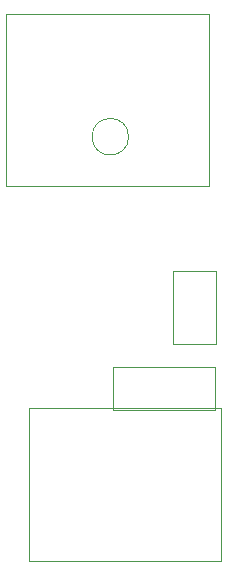
<source format=gbr>
G04 #@! TF.FileFunction,Other,User*
%FSLAX46Y46*%
G04 Gerber Fmt 4.6, Leading zero omitted, Abs format (unit mm)*
G04 Created by KiCad (PCBNEW 4.0.7) date 01/29/18 07:06:24*
%MOMM*%
%LPD*%
G01*
G04 APERTURE LIST*
%ADD10C,0.100000*%
%ADD11C,0.050000*%
G04 APERTURE END LIST*
D10*
D11*
X150408000Y-80082000D02*
G75*
G03X150408000Y-80082000I-1550000J0D01*
G01*
X149090000Y-99618000D02*
X157740000Y-99618000D01*
X157740000Y-99618000D02*
X157740000Y-103218000D01*
X157740000Y-103218000D02*
X149090000Y-103218000D01*
X149090000Y-103218000D02*
X149090000Y-99618000D01*
X158212000Y-103066000D02*
X141962000Y-103066000D01*
X158212000Y-103066000D02*
X158212000Y-116006000D01*
X141962000Y-116006000D02*
X141962000Y-103066000D01*
X141962000Y-116006000D02*
X158212000Y-116006000D01*
X157770000Y-91490000D02*
X157770000Y-97640000D01*
X157770000Y-97640000D02*
X154170000Y-97640000D01*
X154170000Y-97640000D02*
X154170000Y-91490000D01*
X154170000Y-91490000D02*
X157770000Y-91490000D01*
X140002000Y-69676000D02*
X140002000Y-84276000D01*
X157252000Y-84276000D02*
X157252000Y-69676000D01*
X140002000Y-69676000D02*
X157252000Y-69676000D01*
X140002000Y-84276000D02*
X157252000Y-84276000D01*
M02*

</source>
